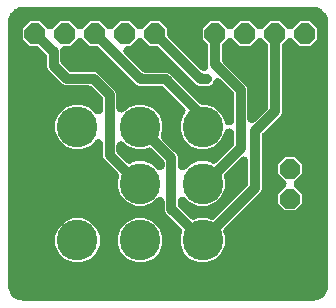
<source format=gbr>
G04 EAGLE Gerber RS-274X export*
G75*
%MOMM*%
%FSLAX34Y34*%
%LPD*%
%INBottom Copper*%
%IPPOS*%
%AMOC8*
5,1,8,0,0,1.08239X$1,22.5*%
G01*
%ADD10P,1.814519X8X292.500000*%
%ADD11P,1.924489X8X112.500000*%
%ADD12C,3.450000*%
%ADD13C,0.812800*%
%ADD14C,0.600000*%

G36*
X261137Y2520D02*
X261137Y2520D01*
X261258Y2520D01*
X262951Y2687D01*
X263152Y2721D01*
X263353Y2747D01*
X263415Y2766D01*
X263513Y2782D01*
X264055Y2956D01*
X264085Y2970D01*
X264108Y2977D01*
X267235Y4272D01*
X267340Y4325D01*
X267450Y4369D01*
X267595Y4452D01*
X267745Y4527D01*
X267842Y4594D01*
X267944Y4652D01*
X268033Y4725D01*
X268214Y4850D01*
X268463Y5079D01*
X268553Y5153D01*
X270947Y7547D01*
X271024Y7636D01*
X271109Y7718D01*
X271211Y7851D01*
X271321Y7977D01*
X271385Y8076D01*
X271457Y8169D01*
X271511Y8270D01*
X271630Y8455D01*
X271773Y8762D01*
X271828Y8865D01*
X273123Y11992D01*
X273188Y12186D01*
X273260Y12376D01*
X273272Y12439D01*
X273304Y12533D01*
X273407Y13093D01*
X273408Y13126D01*
X273413Y13149D01*
X273580Y14842D01*
X273587Y15119D01*
X273599Y15240D01*
X273599Y238660D01*
X273580Y238937D01*
X273580Y239058D01*
X273413Y240751D01*
X273379Y240952D01*
X273353Y241153D01*
X273334Y241215D01*
X273318Y241313D01*
X273144Y241855D01*
X273130Y241885D01*
X273123Y241908D01*
X271828Y245035D01*
X271775Y245140D01*
X271731Y245250D01*
X271648Y245395D01*
X271573Y245545D01*
X271506Y245642D01*
X271448Y245744D01*
X271375Y245833D01*
X271250Y246014D01*
X271021Y246263D01*
X270947Y246353D01*
X268553Y248747D01*
X268464Y248824D01*
X268382Y248909D01*
X268249Y249011D01*
X268123Y249121D01*
X268024Y249185D01*
X267931Y249257D01*
X267830Y249311D01*
X267645Y249430D01*
X267338Y249573D01*
X267235Y249628D01*
X264108Y250923D01*
X263914Y250988D01*
X263724Y251060D01*
X263661Y251072D01*
X263567Y251104D01*
X263007Y251207D01*
X262974Y251208D01*
X262951Y251213D01*
X261258Y251380D01*
X260981Y251387D01*
X260860Y251399D01*
X15240Y251399D01*
X14963Y251380D01*
X14842Y251380D01*
X13149Y251213D01*
X12948Y251179D01*
X12747Y251153D01*
X12685Y251134D01*
X12587Y251118D01*
X12045Y250944D01*
X12015Y250930D01*
X11992Y250923D01*
X8865Y249628D01*
X8760Y249575D01*
X8650Y249531D01*
X8505Y249448D01*
X8355Y249373D01*
X8258Y249306D01*
X8156Y249248D01*
X8067Y249175D01*
X7886Y249050D01*
X7637Y248821D01*
X7547Y248747D01*
X5153Y246353D01*
X5076Y246264D01*
X4991Y246182D01*
X4889Y246049D01*
X4779Y245923D01*
X4715Y245824D01*
X4643Y245731D01*
X4589Y245630D01*
X4470Y245445D01*
X4327Y245138D01*
X4272Y245035D01*
X2977Y241908D01*
X2912Y241714D01*
X2840Y241524D01*
X2828Y241461D01*
X2796Y241367D01*
X2693Y240807D01*
X2692Y240774D01*
X2687Y240751D01*
X2520Y239058D01*
X2513Y238781D01*
X2501Y238660D01*
X2501Y15240D01*
X2520Y14963D01*
X2520Y14842D01*
X2687Y13149D01*
X2721Y12948D01*
X2747Y12747D01*
X2766Y12685D01*
X2782Y12587D01*
X2956Y12045D01*
X2970Y12015D01*
X2977Y11992D01*
X4272Y8865D01*
X4325Y8760D01*
X4369Y8650D01*
X4452Y8505D01*
X4527Y8355D01*
X4594Y8258D01*
X4652Y8156D01*
X4725Y8067D01*
X4850Y7886D01*
X5079Y7637D01*
X5153Y7547D01*
X7547Y5153D01*
X7636Y5076D01*
X7718Y4991D01*
X7850Y4889D01*
X7977Y4779D01*
X8076Y4715D01*
X8169Y4643D01*
X8270Y4589D01*
X8455Y4470D01*
X8762Y4327D01*
X8865Y4272D01*
X11992Y2977D01*
X12186Y2912D01*
X12376Y2840D01*
X12439Y2828D01*
X12533Y2796D01*
X13093Y2693D01*
X13126Y2692D01*
X13149Y2687D01*
X14842Y2520D01*
X15119Y2513D01*
X15240Y2501D01*
X260860Y2501D01*
X261137Y2520D01*
G37*
%LPC*%
G36*
X163570Y34849D02*
X163570Y34849D01*
X156679Y37704D01*
X151404Y42979D01*
X148549Y49870D01*
X148549Y57330D01*
X149605Y59878D01*
X149606Y59881D01*
X149607Y59883D01*
X149694Y60144D01*
X149785Y60419D01*
X149786Y60421D01*
X149787Y60424D01*
X149837Y60700D01*
X149889Y60979D01*
X149889Y60981D01*
X149889Y60984D01*
X149901Y61273D01*
X149913Y61548D01*
X149912Y61551D01*
X149912Y61554D01*
X149885Y61829D01*
X149857Y62115D01*
X149856Y62118D01*
X149856Y62121D01*
X149789Y62392D01*
X149722Y62669D01*
X149721Y62671D01*
X149720Y62674D01*
X149612Y62943D01*
X149511Y63198D01*
X149509Y63200D01*
X149508Y63203D01*
X149367Y63449D01*
X149228Y63693D01*
X149226Y63695D01*
X149225Y63697D01*
X149216Y63708D01*
X148879Y64143D01*
X148778Y64240D01*
X148724Y64306D01*
X138135Y74895D01*
X135998Y77032D01*
X135151Y79077D01*
X135151Y86124D01*
X135143Y86239D01*
X135145Y86354D01*
X135123Y86523D01*
X135111Y86693D01*
X135087Y86805D01*
X135073Y86920D01*
X135028Y87084D01*
X134992Y87250D01*
X134953Y87358D01*
X134922Y87469D01*
X134855Y87625D01*
X134796Y87785D01*
X134742Y87887D01*
X134696Y87992D01*
X134608Y88137D01*
X134528Y88287D01*
X134460Y88380D01*
X134400Y88479D01*
X134292Y88610D01*
X134191Y88747D01*
X134111Y88830D01*
X134038Y88919D01*
X133912Y89034D01*
X133794Y89155D01*
X133703Y89226D01*
X133618Y89304D01*
X133478Y89400D01*
X133343Y89504D01*
X133243Y89561D01*
X133148Y89626D01*
X132996Y89702D01*
X132848Y89786D01*
X132741Y89829D01*
X132638Y89880D01*
X132477Y89934D01*
X132319Y89997D01*
X132206Y90024D01*
X132097Y90060D01*
X131930Y90091D01*
X131765Y90131D01*
X131650Y90142D01*
X131537Y90163D01*
X131367Y90169D01*
X131198Y90186D01*
X131083Y90181D01*
X130967Y90186D01*
X130798Y90169D01*
X130628Y90161D01*
X130515Y90140D01*
X130400Y90129D01*
X130235Y90088D01*
X130068Y90057D01*
X129959Y90021D01*
X129847Y89993D01*
X129689Y89930D01*
X129528Y89876D01*
X129425Y89824D01*
X129318Y89782D01*
X129171Y89697D01*
X129019Y89621D01*
X128924Y89555D01*
X128824Y89498D01*
X128735Y89425D01*
X128550Y89297D01*
X128306Y89072D01*
X128215Y88997D01*
X124921Y85704D01*
X118030Y82849D01*
X110570Y82849D01*
X103679Y85704D01*
X98404Y90979D01*
X95549Y97870D01*
X95549Y105330D01*
X96084Y106621D01*
X96085Y106623D01*
X96086Y106626D01*
X96142Y106795D01*
X96190Y106915D01*
X96210Y106998D01*
X96265Y107161D01*
X96265Y107164D01*
X96266Y107167D01*
X96313Y107422D01*
X96324Y107468D01*
X96327Y107500D01*
X96368Y107722D01*
X96368Y107724D01*
X96369Y107727D01*
X96380Y108017D01*
X96392Y108291D01*
X96391Y108294D01*
X96392Y108296D01*
X96364Y108572D01*
X96336Y108858D01*
X96335Y108861D01*
X96335Y108863D01*
X96269Y109132D01*
X96201Y109412D01*
X96200Y109414D01*
X96199Y109417D01*
X96090Y109689D01*
X95990Y109941D01*
X95989Y109943D01*
X95988Y109946D01*
X95842Y110199D01*
X95707Y110436D01*
X95705Y110438D01*
X95704Y110440D01*
X95696Y110450D01*
X95358Y110886D01*
X95258Y110983D01*
X95203Y111049D01*
X83928Y122324D01*
X83081Y124369D01*
X83081Y135054D01*
X83073Y135169D01*
X83075Y135284D01*
X83053Y135453D01*
X83041Y135623D01*
X83017Y135735D01*
X83003Y135850D01*
X82958Y136014D01*
X82922Y136180D01*
X82883Y136288D01*
X82852Y136399D01*
X82785Y136555D01*
X82726Y136715D01*
X82672Y136817D01*
X82626Y136922D01*
X82538Y137067D01*
X82458Y137217D01*
X82390Y137310D01*
X82330Y137409D01*
X82222Y137540D01*
X82121Y137677D01*
X82041Y137760D01*
X81968Y137849D01*
X81842Y137964D01*
X81724Y138085D01*
X81633Y138156D01*
X81548Y138234D01*
X81408Y138330D01*
X81273Y138434D01*
X81173Y138491D01*
X81078Y138556D01*
X80926Y138632D01*
X80778Y138716D01*
X80671Y138759D01*
X80568Y138810D01*
X80407Y138864D01*
X80249Y138927D01*
X80136Y138954D01*
X80027Y138990D01*
X79860Y139021D01*
X79695Y139061D01*
X79580Y139072D01*
X79467Y139093D01*
X79297Y139099D01*
X79128Y139116D01*
X79013Y139111D01*
X78897Y139116D01*
X78728Y139099D01*
X78558Y139091D01*
X78445Y139070D01*
X78331Y139059D01*
X78165Y139018D01*
X77998Y138987D01*
X77889Y138951D01*
X77777Y138923D01*
X77619Y138860D01*
X77458Y138806D01*
X77355Y138754D01*
X77248Y138712D01*
X77101Y138627D01*
X76949Y138551D01*
X76854Y138485D01*
X76754Y138428D01*
X76665Y138355D01*
X76480Y138227D01*
X76236Y138002D01*
X76145Y137927D01*
X71921Y133704D01*
X65030Y130849D01*
X57570Y130849D01*
X50679Y133704D01*
X45404Y138979D01*
X42549Y145870D01*
X42549Y153330D01*
X45404Y160221D01*
X50679Y165496D01*
X57570Y168351D01*
X65030Y168351D01*
X71921Y165496D01*
X76145Y161273D01*
X76232Y161197D01*
X76312Y161115D01*
X76447Y161010D01*
X76575Y160899D01*
X76672Y160836D01*
X76763Y160766D01*
X76910Y160682D01*
X77053Y160589D01*
X77158Y160541D01*
X77258Y160484D01*
X77416Y160421D01*
X77570Y160349D01*
X77680Y160316D01*
X77787Y160273D01*
X77953Y160233D01*
X78115Y160184D01*
X78229Y160166D01*
X78341Y160139D01*
X78511Y160123D01*
X78678Y160097D01*
X78793Y160095D01*
X78908Y160084D01*
X79078Y160091D01*
X79248Y160089D01*
X79362Y160104D01*
X79478Y160109D01*
X79645Y160140D01*
X79813Y160161D01*
X79925Y160192D01*
X80038Y160213D01*
X80199Y160267D01*
X80363Y160312D01*
X80469Y160357D01*
X80578Y160394D01*
X80730Y160470D01*
X80886Y160537D01*
X80984Y160597D01*
X81087Y160649D01*
X81227Y160746D01*
X81372Y160834D01*
X81461Y160907D01*
X81556Y160973D01*
X81681Y161088D01*
X81813Y161196D01*
X81890Y161281D01*
X81975Y161359D01*
X82083Y161491D01*
X82198Y161616D01*
X82263Y161711D01*
X82336Y161800D01*
X82424Y161946D01*
X82520Y162086D01*
X82572Y162189D01*
X82631Y162287D01*
X82698Y162443D01*
X82774Y162596D01*
X82810Y162705D01*
X82856Y162811D01*
X82900Y162975D01*
X82954Y163137D01*
X82975Y163250D01*
X83005Y163361D01*
X83016Y163476D01*
X83056Y163697D01*
X83070Y164029D01*
X83081Y164146D01*
X83081Y172542D01*
X83077Y172602D01*
X83079Y172663D01*
X83057Y172886D01*
X83041Y173110D01*
X83029Y173170D01*
X83023Y173229D01*
X82969Y173448D01*
X82922Y173668D01*
X82902Y173724D01*
X82887Y173783D01*
X82804Y173992D01*
X82726Y174203D01*
X82698Y174256D01*
X82676Y174312D01*
X82564Y174507D01*
X82458Y174705D01*
X82422Y174754D01*
X82392Y174806D01*
X82317Y174897D01*
X82121Y175165D01*
X81964Y175326D01*
X81891Y175415D01*
X73815Y183491D01*
X73770Y183531D01*
X73729Y183575D01*
X73555Y183717D01*
X73385Y183865D01*
X73334Y183898D01*
X73288Y183936D01*
X73095Y184053D01*
X72907Y184175D01*
X72852Y184200D01*
X72800Y184231D01*
X72594Y184320D01*
X72390Y184415D01*
X72332Y184432D01*
X72277Y184456D01*
X72060Y184514D01*
X71845Y184580D01*
X71785Y184589D01*
X71727Y184605D01*
X71610Y184616D01*
X71282Y184667D01*
X71057Y184670D01*
X70942Y184681D01*
X51298Y184681D01*
X49252Y185528D01*
X36502Y198278D01*
X36164Y199096D01*
X36164Y199097D01*
X36163Y199097D01*
X35655Y200324D01*
X35655Y208792D01*
X35651Y208852D01*
X35653Y208912D01*
X35631Y209136D01*
X35615Y209360D01*
X35603Y209420D01*
X35597Y209479D01*
X35543Y209698D01*
X35496Y209918D01*
X35476Y209974D01*
X35461Y210033D01*
X35378Y210242D01*
X35300Y210453D01*
X35272Y210506D01*
X35250Y210562D01*
X35138Y210757D01*
X35032Y210955D01*
X34996Y211004D01*
X34966Y211056D01*
X34891Y211147D01*
X34695Y211415D01*
X34538Y211576D01*
X34465Y211665D01*
X29111Y217019D01*
X29066Y217059D01*
X29025Y217103D01*
X28851Y217245D01*
X28681Y217393D01*
X28630Y217426D01*
X28584Y217464D01*
X28392Y217580D01*
X28203Y217703D01*
X28148Y217728D01*
X28096Y217759D01*
X27890Y217848D01*
X27686Y217943D01*
X27628Y217960D01*
X27573Y217984D01*
X27356Y218042D01*
X27141Y218108D01*
X27081Y218117D01*
X27023Y218133D01*
X26906Y218144D01*
X26578Y218195D01*
X26353Y218198D01*
X26238Y218209D01*
X21096Y218209D01*
X15009Y224296D01*
X15009Y232904D01*
X21096Y238991D01*
X29704Y238991D01*
X35227Y233468D01*
X35401Y233317D01*
X35570Y233161D01*
X35616Y233130D01*
X35657Y233094D01*
X35850Y232969D01*
X36040Y232839D01*
X36089Y232814D01*
X36135Y232784D01*
X36344Y232687D01*
X36550Y232585D01*
X36602Y232568D01*
X36652Y232544D01*
X36872Y232478D01*
X37091Y232405D01*
X37145Y232395D01*
X37197Y232379D01*
X37424Y232344D01*
X37651Y232303D01*
X37706Y232300D01*
X37760Y232292D01*
X37990Y232289D01*
X38221Y232280D01*
X38275Y232285D01*
X38330Y232284D01*
X38558Y232313D01*
X38787Y232336D01*
X38841Y232349D01*
X38895Y232356D01*
X39118Y232417D01*
X39341Y232472D01*
X39392Y232492D01*
X39445Y232507D01*
X39656Y232598D01*
X39870Y232683D01*
X39918Y232711D01*
X39968Y232733D01*
X40165Y232852D01*
X40364Y232967D01*
X40398Y232995D01*
X40454Y233029D01*
X40895Y233391D01*
X40939Y233440D01*
X40973Y233468D01*
X46496Y238991D01*
X55104Y238991D01*
X60627Y233468D01*
X60801Y233317D01*
X60970Y233161D01*
X61016Y233130D01*
X61057Y233094D01*
X61250Y232969D01*
X61440Y232839D01*
X61489Y232814D01*
X61535Y232784D01*
X61744Y232687D01*
X61950Y232585D01*
X62002Y232568D01*
X62052Y232544D01*
X62272Y232478D01*
X62491Y232405D01*
X62545Y232395D01*
X62597Y232379D01*
X62824Y232344D01*
X63051Y232303D01*
X63106Y232300D01*
X63160Y232292D01*
X63390Y232289D01*
X63621Y232280D01*
X63675Y232285D01*
X63730Y232284D01*
X63958Y232313D01*
X64187Y232336D01*
X64241Y232349D01*
X64295Y232356D01*
X64518Y232417D01*
X64741Y232472D01*
X64792Y232492D01*
X64845Y232507D01*
X65056Y232598D01*
X65270Y232683D01*
X65318Y232711D01*
X65368Y232733D01*
X65565Y232852D01*
X65764Y232967D01*
X65798Y232995D01*
X65854Y233029D01*
X66295Y233391D01*
X66339Y233440D01*
X66373Y233468D01*
X71896Y238991D01*
X80504Y238991D01*
X86027Y233468D01*
X86201Y233317D01*
X86370Y233161D01*
X86416Y233130D01*
X86457Y233094D01*
X86650Y232969D01*
X86840Y232839D01*
X86889Y232814D01*
X86935Y232784D01*
X87144Y232687D01*
X87350Y232585D01*
X87402Y232568D01*
X87452Y232544D01*
X87673Y232478D01*
X87891Y232405D01*
X87945Y232395D01*
X87997Y232379D01*
X88225Y232344D01*
X88451Y232303D01*
X88506Y232300D01*
X88560Y232292D01*
X88790Y232289D01*
X89021Y232280D01*
X89075Y232285D01*
X89130Y232284D01*
X89359Y232313D01*
X89588Y232336D01*
X89641Y232349D01*
X89695Y232356D01*
X89918Y232417D01*
X90141Y232472D01*
X90192Y232492D01*
X90245Y232507D01*
X90456Y232598D01*
X90670Y232683D01*
X90718Y232711D01*
X90768Y232733D01*
X90965Y232852D01*
X91164Y232967D01*
X91198Y232995D01*
X91254Y233029D01*
X91695Y233391D01*
X91739Y233440D01*
X91773Y233468D01*
X97296Y238991D01*
X105904Y238991D01*
X111427Y233468D01*
X111601Y233317D01*
X111770Y233161D01*
X111816Y233130D01*
X111857Y233094D01*
X112050Y232969D01*
X112240Y232839D01*
X112289Y232814D01*
X112335Y232784D01*
X112544Y232687D01*
X112750Y232585D01*
X112802Y232568D01*
X112852Y232544D01*
X113072Y232478D01*
X113291Y232405D01*
X113345Y232395D01*
X113397Y232379D01*
X113624Y232344D01*
X113851Y232303D01*
X113906Y232300D01*
X113960Y232292D01*
X114190Y232289D01*
X114421Y232280D01*
X114475Y232285D01*
X114530Y232284D01*
X114758Y232313D01*
X114987Y232336D01*
X115041Y232349D01*
X115095Y232356D01*
X115318Y232417D01*
X115541Y232472D01*
X115592Y232492D01*
X115645Y232507D01*
X115856Y232598D01*
X116070Y232683D01*
X116118Y232711D01*
X116168Y232733D01*
X116365Y232852D01*
X116564Y232967D01*
X116598Y232995D01*
X116654Y233029D01*
X117095Y233391D01*
X117139Y233440D01*
X117173Y233468D01*
X122696Y238991D01*
X131304Y238991D01*
X137391Y232904D01*
X137391Y227762D01*
X137395Y227702D01*
X137393Y227641D01*
X137415Y227418D01*
X137431Y227194D01*
X137443Y227134D01*
X137449Y227075D01*
X137503Y226856D01*
X137550Y226636D01*
X137570Y226580D01*
X137585Y226521D01*
X137668Y226312D01*
X137746Y226101D01*
X137774Y226048D01*
X137796Y225992D01*
X137908Y225797D01*
X138014Y225599D01*
X138050Y225550D01*
X138080Y225498D01*
X138155Y225407D01*
X138351Y225139D01*
X138508Y224978D01*
X138581Y224889D01*
X165299Y198171D01*
X165386Y198095D01*
X165466Y198013D01*
X165601Y197909D01*
X165729Y197797D01*
X165826Y197734D01*
X165917Y197664D01*
X166065Y197580D01*
X166207Y197487D01*
X166312Y197439D01*
X166412Y197382D01*
X166570Y197319D01*
X166724Y197247D01*
X166834Y197214D01*
X166941Y197172D01*
X167107Y197131D01*
X167269Y197082D01*
X167383Y197065D01*
X167495Y197037D01*
X167665Y197021D01*
X167832Y196995D01*
X167947Y196993D01*
X168062Y196982D01*
X168232Y196990D01*
X168402Y196987D01*
X168516Y197002D01*
X168632Y197007D01*
X168799Y197038D01*
X168967Y197059D01*
X169079Y197090D01*
X169192Y197111D01*
X169353Y197165D01*
X169517Y197210D01*
X169623Y197255D01*
X169732Y197292D01*
X169884Y197368D01*
X170040Y197436D01*
X170138Y197496D01*
X170241Y197547D01*
X170381Y197644D01*
X170526Y197732D01*
X170615Y197806D01*
X170710Y197871D01*
X170835Y197987D01*
X170967Y198094D01*
X171044Y198179D01*
X171129Y198257D01*
X171237Y198389D01*
X171352Y198514D01*
X171417Y198609D01*
X171490Y198698D01*
X171578Y198844D01*
X171674Y198984D01*
X171726Y199087D01*
X171785Y199186D01*
X171852Y199342D01*
X171928Y199494D01*
X171964Y199604D01*
X172010Y199709D01*
X172054Y199873D01*
X172108Y200035D01*
X172129Y200148D01*
X172159Y200259D01*
X172170Y200374D01*
X172210Y200595D01*
X172224Y200927D01*
X172235Y201044D01*
X172235Y217787D01*
X172231Y217847D01*
X172233Y217908D01*
X172211Y218131D01*
X172195Y218355D01*
X172183Y218415D01*
X172177Y218474D01*
X172123Y218693D01*
X172076Y218913D01*
X172056Y218969D01*
X172041Y219028D01*
X171958Y219237D01*
X171880Y219448D01*
X171852Y219501D01*
X171830Y219557D01*
X171718Y219752D01*
X171612Y219950D01*
X171576Y219999D01*
X171546Y220051D01*
X171471Y220142D01*
X171275Y220410D01*
X171118Y220571D01*
X171045Y220660D01*
X167409Y224296D01*
X167409Y232904D01*
X173496Y238991D01*
X182104Y238991D01*
X187627Y233468D01*
X187801Y233317D01*
X187970Y233161D01*
X188016Y233130D01*
X188057Y233094D01*
X188250Y232969D01*
X188440Y232839D01*
X188489Y232814D01*
X188535Y232784D01*
X188744Y232687D01*
X188950Y232585D01*
X189002Y232568D01*
X189052Y232544D01*
X189272Y232478D01*
X189491Y232405D01*
X189545Y232395D01*
X189597Y232379D01*
X189824Y232344D01*
X190051Y232303D01*
X190106Y232300D01*
X190160Y232292D01*
X190390Y232289D01*
X190621Y232280D01*
X190675Y232285D01*
X190730Y232284D01*
X190958Y232313D01*
X191187Y232336D01*
X191241Y232349D01*
X191295Y232356D01*
X191518Y232417D01*
X191741Y232472D01*
X191792Y232492D01*
X191845Y232507D01*
X192056Y232598D01*
X192270Y232683D01*
X192318Y232711D01*
X192368Y232733D01*
X192565Y232852D01*
X192764Y232967D01*
X192798Y232995D01*
X192854Y233029D01*
X193295Y233391D01*
X193339Y233440D01*
X193373Y233468D01*
X198896Y238991D01*
X207504Y238991D01*
X213027Y233468D01*
X213201Y233317D01*
X213370Y233161D01*
X213416Y233130D01*
X213457Y233094D01*
X213650Y232969D01*
X213840Y232839D01*
X213889Y232814D01*
X213935Y232784D01*
X214144Y232687D01*
X214350Y232585D01*
X214402Y232568D01*
X214452Y232544D01*
X214672Y232478D01*
X214891Y232405D01*
X214945Y232395D01*
X214997Y232379D01*
X215224Y232344D01*
X215451Y232303D01*
X215506Y232300D01*
X215560Y232292D01*
X215790Y232289D01*
X216021Y232280D01*
X216075Y232285D01*
X216130Y232284D01*
X216358Y232313D01*
X216587Y232336D01*
X216641Y232349D01*
X216695Y232356D01*
X216918Y232417D01*
X217141Y232472D01*
X217192Y232492D01*
X217245Y232507D01*
X217456Y232598D01*
X217670Y232683D01*
X217718Y232711D01*
X217768Y232733D01*
X217965Y232852D01*
X218164Y232967D01*
X218198Y232995D01*
X218254Y233029D01*
X218695Y233391D01*
X218739Y233440D01*
X218773Y233468D01*
X224296Y238991D01*
X232904Y238991D01*
X238427Y233468D01*
X238601Y233317D01*
X238770Y233161D01*
X238816Y233130D01*
X238857Y233094D01*
X239050Y232969D01*
X239240Y232839D01*
X239289Y232814D01*
X239335Y232784D01*
X239544Y232687D01*
X239750Y232585D01*
X239802Y232568D01*
X239852Y232544D01*
X240072Y232478D01*
X240291Y232405D01*
X240345Y232395D01*
X240397Y232379D01*
X240624Y232344D01*
X240851Y232303D01*
X240906Y232300D01*
X240960Y232292D01*
X241190Y232289D01*
X241421Y232280D01*
X241475Y232285D01*
X241530Y232284D01*
X241758Y232313D01*
X241987Y232336D01*
X242041Y232349D01*
X242095Y232356D01*
X242318Y232417D01*
X242541Y232472D01*
X242592Y232492D01*
X242645Y232507D01*
X242856Y232598D01*
X243070Y232683D01*
X243118Y232711D01*
X243168Y232733D01*
X243365Y232852D01*
X243564Y232967D01*
X243598Y232995D01*
X243654Y233029D01*
X244095Y233391D01*
X244139Y233440D01*
X244173Y233468D01*
X249696Y238991D01*
X258304Y238991D01*
X264391Y232904D01*
X264391Y224296D01*
X258304Y218209D01*
X249696Y218209D01*
X244173Y223732D01*
X243999Y223883D01*
X243830Y224039D01*
X243784Y224070D01*
X243743Y224106D01*
X243550Y224231D01*
X243360Y224361D01*
X243311Y224386D01*
X243265Y224416D01*
X243056Y224513D01*
X242850Y224615D01*
X242798Y224632D01*
X242748Y224656D01*
X242528Y224722D01*
X242309Y224795D01*
X242255Y224805D01*
X242203Y224821D01*
X241976Y224856D01*
X241749Y224897D01*
X241694Y224900D01*
X241640Y224908D01*
X241410Y224911D01*
X241179Y224920D01*
X241125Y224915D01*
X241070Y224916D01*
X240841Y224887D01*
X240612Y224864D01*
X240559Y224851D01*
X240505Y224844D01*
X240282Y224783D01*
X240059Y224728D01*
X240008Y224708D01*
X239955Y224693D01*
X239744Y224602D01*
X239530Y224517D01*
X239482Y224489D01*
X239432Y224467D01*
X239235Y224348D01*
X239036Y224233D01*
X239002Y224205D01*
X238946Y224171D01*
X238505Y223809D01*
X238461Y223760D01*
X238427Y223732D01*
X235355Y220660D01*
X235315Y220615D01*
X235271Y220574D01*
X235129Y220400D01*
X234981Y220230D01*
X234948Y220179D01*
X234910Y220133D01*
X234793Y219940D01*
X234671Y219752D01*
X234646Y219697D01*
X234615Y219645D01*
X234526Y219439D01*
X234431Y219235D01*
X234414Y219177D01*
X234390Y219122D01*
X234332Y218905D01*
X234266Y218690D01*
X234257Y218630D01*
X234241Y218572D01*
X234230Y218455D01*
X234179Y218127D01*
X234176Y217902D01*
X234165Y217787D01*
X234165Y161793D01*
X233318Y159748D01*
X218337Y144767D01*
X218297Y144722D01*
X218253Y144681D01*
X218111Y144507D01*
X217963Y144337D01*
X217930Y144286D01*
X217892Y144240D01*
X217775Y144047D01*
X217653Y143859D01*
X217628Y143804D01*
X217597Y143752D01*
X217508Y143546D01*
X217413Y143342D01*
X217396Y143284D01*
X217372Y143229D01*
X217314Y143012D01*
X217248Y142797D01*
X217239Y142737D01*
X217223Y142679D01*
X217212Y142562D01*
X217161Y142234D01*
X217158Y142009D01*
X217147Y141894D01*
X217147Y96775D01*
X216300Y94730D01*
X214163Y92593D01*
X185876Y64306D01*
X185874Y64304D01*
X185872Y64302D01*
X185693Y64096D01*
X185502Y63876D01*
X185501Y63874D01*
X185499Y63872D01*
X185343Y63631D01*
X185192Y63398D01*
X185191Y63395D01*
X185190Y63393D01*
X185071Y63136D01*
X184953Y62881D01*
X184952Y62878D01*
X184951Y62876D01*
X184870Y62609D01*
X184787Y62336D01*
X184787Y62333D01*
X184786Y62330D01*
X184742Y62045D01*
X184700Y61773D01*
X184700Y61770D01*
X184700Y61767D01*
X184696Y61479D01*
X184692Y61203D01*
X184693Y61200D01*
X184693Y61197D01*
X184728Y60925D01*
X184764Y60638D01*
X184765Y60635D01*
X184766Y60632D01*
X184769Y60620D01*
X184915Y60088D01*
X184970Y59960D01*
X184995Y59878D01*
X186051Y57330D01*
X186051Y49870D01*
X183196Y42979D01*
X177921Y37704D01*
X171030Y34849D01*
X163570Y34849D01*
G37*
%LPD*%
G36*
X150349Y112851D02*
X150349Y112851D01*
X150465Y112846D01*
X150634Y112863D01*
X150804Y112871D01*
X150917Y112892D01*
X151032Y112903D01*
X151197Y112944D01*
X151364Y112975D01*
X151473Y113011D01*
X151585Y113039D01*
X151743Y113102D01*
X151904Y113156D01*
X152007Y113208D01*
X152114Y113250D01*
X152261Y113335D01*
X152413Y113411D01*
X152508Y113477D01*
X152608Y113534D01*
X152697Y113607D01*
X152882Y113735D01*
X153126Y113960D01*
X153217Y114035D01*
X156679Y117496D01*
X163570Y120351D01*
X171030Y120351D01*
X175076Y118675D01*
X175078Y118674D01*
X175081Y118673D01*
X175341Y118586D01*
X175616Y118494D01*
X175619Y118494D01*
X175621Y118493D01*
X175900Y118442D01*
X176177Y118391D01*
X176179Y118391D01*
X176182Y118390D01*
X176471Y118379D01*
X176746Y118367D01*
X176749Y118367D01*
X176751Y118367D01*
X177027Y118395D01*
X177313Y118423D01*
X177316Y118424D01*
X177318Y118424D01*
X177587Y118490D01*
X177866Y118558D01*
X177869Y118559D01*
X177872Y118560D01*
X178133Y118664D01*
X178396Y118769D01*
X178398Y118770D01*
X178401Y118771D01*
X178646Y118912D01*
X178890Y119052D01*
X178893Y119053D01*
X178895Y119055D01*
X178905Y119063D01*
X179341Y119401D01*
X179438Y119501D01*
X179504Y119556D01*
X192635Y132687D01*
X192675Y132732D01*
X192719Y132773D01*
X192861Y132947D01*
X193009Y133117D01*
X193042Y133168D01*
X193080Y133214D01*
X193197Y133407D01*
X193319Y133595D01*
X193344Y133650D01*
X193375Y133702D01*
X193464Y133908D01*
X193559Y134112D01*
X193576Y134170D01*
X193600Y134225D01*
X193659Y134442D01*
X193724Y134657D01*
X193733Y134717D01*
X193749Y134775D01*
X193760Y134892D01*
X193811Y135220D01*
X193814Y135445D01*
X193825Y135560D01*
X193825Y144212D01*
X193821Y144270D01*
X193824Y144327D01*
X193801Y144553D01*
X193785Y144781D01*
X193773Y144837D01*
X193768Y144895D01*
X193714Y145115D01*
X193666Y145338D01*
X193646Y145392D01*
X193633Y145448D01*
X193549Y145660D01*
X193470Y145873D01*
X193443Y145924D01*
X193422Y145977D01*
X193309Y146175D01*
X193202Y146375D01*
X193168Y146422D01*
X193139Y146472D01*
X193000Y146652D01*
X192865Y146835D01*
X192825Y146877D01*
X192790Y146922D01*
X192627Y147081D01*
X192468Y147244D01*
X192422Y147279D01*
X192381Y147319D01*
X192197Y147453D01*
X192017Y147592D01*
X191967Y147621D01*
X191920Y147655D01*
X191720Y147762D01*
X191522Y147875D01*
X191469Y147896D01*
X191418Y147923D01*
X191204Y148001D01*
X190993Y148085D01*
X190937Y148098D01*
X190882Y148118D01*
X190660Y148165D01*
X190439Y148219D01*
X190381Y148224D01*
X190325Y148236D01*
X190098Y148252D01*
X189872Y148274D01*
X189814Y148272D01*
X189757Y148276D01*
X189530Y148259D01*
X189302Y148250D01*
X189246Y148239D01*
X189188Y148235D01*
X188966Y148187D01*
X188742Y148146D01*
X188688Y148127D01*
X188631Y148115D01*
X188418Y148037D01*
X188202Y147964D01*
X188150Y147938D01*
X188096Y147919D01*
X187897Y147811D01*
X187693Y147709D01*
X187645Y147676D01*
X187594Y147649D01*
X187411Y147515D01*
X187224Y147385D01*
X187181Y147346D01*
X187135Y147312D01*
X186972Y147153D01*
X186805Y146999D01*
X186768Y146954D01*
X186727Y146914D01*
X186588Y146734D01*
X186444Y146558D01*
X186414Y146509D01*
X186379Y146463D01*
X186324Y146360D01*
X186149Y146071D01*
X186062Y145868D01*
X186008Y145767D01*
X183196Y138979D01*
X177921Y133704D01*
X171030Y130849D01*
X163570Y130849D01*
X156679Y133704D01*
X151404Y138979D01*
X148549Y145870D01*
X148549Y153330D01*
X151404Y160221D01*
X151597Y160415D01*
X151748Y160589D01*
X151904Y160758D01*
X151935Y160803D01*
X151971Y160845D01*
X152096Y161038D01*
X152226Y161228D01*
X152251Y161277D01*
X152281Y161323D01*
X152378Y161532D01*
X152480Y161738D01*
X152497Y161790D01*
X152521Y161840D01*
X152587Y162060D01*
X152660Y162279D01*
X152670Y162333D01*
X152686Y162385D01*
X152721Y162612D01*
X152762Y162839D01*
X152765Y162894D01*
X152773Y162948D01*
X152776Y163178D01*
X152786Y163408D01*
X152780Y163463D01*
X152781Y163518D01*
X152752Y163746D01*
X152729Y163975D01*
X152716Y164029D01*
X152709Y164083D01*
X152648Y164305D01*
X152593Y164529D01*
X152573Y164580D01*
X152558Y164633D01*
X152467Y164844D01*
X152382Y165058D01*
X152354Y165106D01*
X152332Y165156D01*
X152213Y165352D01*
X152098Y165552D01*
X152070Y165586D01*
X152036Y165642D01*
X151674Y166082D01*
X151626Y166127D01*
X151597Y166161D01*
X134775Y182983D01*
X134730Y183023D01*
X134689Y183067D01*
X134515Y183209D01*
X134345Y183357D01*
X134294Y183390D01*
X134248Y183428D01*
X134055Y183545D01*
X133867Y183667D01*
X133812Y183692D01*
X133760Y183723D01*
X133554Y183812D01*
X133350Y183907D01*
X133292Y183924D01*
X133237Y183948D01*
X133020Y184006D01*
X132805Y184072D01*
X132745Y184081D01*
X132687Y184097D01*
X132570Y184108D01*
X132242Y184159D01*
X132017Y184162D01*
X131902Y184173D01*
X113955Y184173D01*
X111910Y185020D01*
X79911Y217019D01*
X79866Y217059D01*
X79825Y217103D01*
X79651Y217245D01*
X79481Y217393D01*
X79430Y217426D01*
X79384Y217464D01*
X79191Y217581D01*
X79003Y217703D01*
X78948Y217728D01*
X78896Y217759D01*
X78690Y217848D01*
X78486Y217943D01*
X78428Y217960D01*
X78373Y217984D01*
X78156Y218042D01*
X77941Y218108D01*
X77881Y218117D01*
X77823Y218133D01*
X77706Y218144D01*
X77378Y218195D01*
X77153Y218198D01*
X77038Y218209D01*
X71896Y218209D01*
X66373Y223732D01*
X66199Y223883D01*
X66030Y224039D01*
X65984Y224070D01*
X65943Y224106D01*
X65750Y224231D01*
X65560Y224361D01*
X65511Y224386D01*
X65465Y224416D01*
X65256Y224513D01*
X65050Y224615D01*
X64998Y224632D01*
X64948Y224656D01*
X64727Y224722D01*
X64509Y224795D01*
X64455Y224805D01*
X64403Y224821D01*
X64175Y224856D01*
X63949Y224897D01*
X63894Y224900D01*
X63840Y224908D01*
X63610Y224911D01*
X63379Y224920D01*
X63325Y224915D01*
X63270Y224916D01*
X63041Y224887D01*
X62812Y224864D01*
X62759Y224851D01*
X62705Y224844D01*
X62482Y224783D01*
X62259Y224728D01*
X62208Y224708D01*
X62155Y224693D01*
X61944Y224602D01*
X61730Y224517D01*
X61682Y224489D01*
X61632Y224467D01*
X61435Y224348D01*
X61236Y224233D01*
X61202Y224205D01*
X61146Y224171D01*
X60705Y223809D01*
X60661Y223760D01*
X60627Y223732D01*
X55104Y218209D01*
X50848Y218209D01*
X50619Y218193D01*
X50388Y218183D01*
X50334Y218173D01*
X50280Y218169D01*
X50054Y218121D01*
X49828Y218079D01*
X49776Y218062D01*
X49722Y218050D01*
X49506Y217971D01*
X49288Y217898D01*
X49239Y217873D01*
X49187Y217854D01*
X48984Y217746D01*
X48779Y217643D01*
X48733Y217612D01*
X48685Y217586D01*
X48499Y217450D01*
X48310Y217319D01*
X48269Y217282D01*
X48225Y217249D01*
X48060Y217089D01*
X47891Y216933D01*
X47856Y216890D01*
X47817Y216852D01*
X47676Y216670D01*
X47530Y216492D01*
X47502Y216444D01*
X47468Y216401D01*
X47354Y216201D01*
X47235Y216004D01*
X47213Y215954D01*
X47186Y215906D01*
X47101Y215692D01*
X47010Y215481D01*
X46996Y215428D01*
X46976Y215377D01*
X46921Y215152D01*
X46861Y214931D01*
X46857Y214887D01*
X46841Y214823D01*
X46786Y214256D01*
X46789Y214190D01*
X46785Y214146D01*
X46785Y205419D01*
X46789Y205359D01*
X46787Y205298D01*
X46809Y205075D01*
X46825Y204850D01*
X46837Y204791D01*
X46843Y204731D01*
X46897Y204513D01*
X46944Y204293D01*
X46964Y204237D01*
X46979Y204178D01*
X47062Y203969D01*
X47140Y203758D01*
X47168Y203705D01*
X47190Y203649D01*
X47302Y203454D01*
X47408Y203256D01*
X47444Y203207D01*
X47474Y203154D01*
X47549Y203063D01*
X47745Y202796D01*
X47902Y202635D01*
X47975Y202546D01*
X53520Y197001D01*
X53565Y196961D01*
X53606Y196917D01*
X53780Y196775D01*
X53950Y196627D01*
X54000Y196594D01*
X54047Y196556D01*
X54239Y196439D01*
X54428Y196317D01*
X54483Y196292D01*
X54534Y196261D01*
X54741Y196172D01*
X54945Y196077D01*
X55003Y196060D01*
X55058Y196036D01*
X55275Y195978D01*
X55490Y195912D01*
X55550Y195903D01*
X55608Y195887D01*
X55725Y195876D01*
X56053Y195825D01*
X56278Y195822D01*
X56393Y195811D01*
X76037Y195811D01*
X78082Y194964D01*
X93364Y179682D01*
X94211Y177637D01*
X94211Y165838D01*
X94219Y165723D01*
X94217Y165608D01*
X94239Y165439D01*
X94251Y165269D01*
X94275Y165157D01*
X94289Y165042D01*
X94334Y164878D01*
X94370Y164712D01*
X94409Y164604D01*
X94440Y164493D01*
X94507Y164337D01*
X94566Y164177D01*
X94620Y164075D01*
X94666Y163970D01*
X94754Y163825D01*
X94834Y163675D01*
X94902Y163582D01*
X94962Y163483D01*
X95070Y163352D01*
X95171Y163215D01*
X95251Y163132D01*
X95324Y163043D01*
X95450Y162928D01*
X95568Y162807D01*
X95659Y162736D01*
X95744Y162658D01*
X95885Y162562D01*
X96019Y162458D01*
X96119Y162401D01*
X96214Y162335D01*
X96366Y162260D01*
X96514Y162176D01*
X96621Y162133D01*
X96724Y162082D01*
X96885Y162028D01*
X97043Y161965D01*
X97156Y161938D01*
X97265Y161902D01*
X97432Y161871D01*
X97597Y161831D01*
X97712Y161820D01*
X97825Y161799D01*
X97995Y161793D01*
X98164Y161776D01*
X98279Y161781D01*
X98395Y161776D01*
X98564Y161793D01*
X98734Y161801D01*
X98847Y161822D01*
X98962Y161833D01*
X99127Y161874D01*
X99294Y161905D01*
X99403Y161941D01*
X99515Y161969D01*
X99673Y162032D01*
X99834Y162086D01*
X99937Y162138D01*
X100044Y162180D01*
X100191Y162265D01*
X100343Y162341D01*
X100438Y162406D01*
X100538Y162464D01*
X100627Y162537D01*
X100812Y162665D01*
X101056Y162890D01*
X101147Y162965D01*
X103679Y165496D01*
X110570Y168351D01*
X118030Y168351D01*
X124921Y165496D01*
X130196Y160221D01*
X133051Y153330D01*
X133051Y145870D01*
X131995Y143322D01*
X131994Y143319D01*
X131993Y143317D01*
X131906Y143056D01*
X131815Y142781D01*
X131814Y142779D01*
X131813Y142776D01*
X131763Y142500D01*
X131711Y142221D01*
X131711Y142219D01*
X131711Y142216D01*
X131699Y141927D01*
X131687Y141652D01*
X131688Y141649D01*
X131688Y141646D01*
X131715Y141371D01*
X131743Y141085D01*
X131744Y141082D01*
X131744Y141079D01*
X131811Y140808D01*
X131878Y140531D01*
X131879Y140529D01*
X131880Y140526D01*
X131988Y140257D01*
X132089Y140002D01*
X132091Y140000D01*
X132092Y139997D01*
X132235Y139747D01*
X132372Y139507D01*
X132374Y139505D01*
X132375Y139503D01*
X132384Y139492D01*
X132721Y139057D01*
X132822Y138960D01*
X132876Y138894D01*
X143297Y128473D01*
X145434Y126336D01*
X146281Y124291D01*
X146281Y116908D01*
X146289Y116793D01*
X146287Y116678D01*
X146309Y116509D01*
X146321Y116339D01*
X146345Y116227D01*
X146359Y116112D01*
X146404Y115948D01*
X146440Y115782D01*
X146479Y115674D01*
X146510Y115563D01*
X146577Y115407D01*
X146636Y115247D01*
X146690Y115145D01*
X146736Y115040D01*
X146824Y114895D01*
X146904Y114745D01*
X146972Y114652D01*
X147032Y114553D01*
X147140Y114422D01*
X147241Y114285D01*
X147321Y114202D01*
X147394Y114113D01*
X147520Y113998D01*
X147638Y113877D01*
X147729Y113806D01*
X147814Y113728D01*
X147954Y113632D01*
X148089Y113528D01*
X148189Y113471D01*
X148284Y113406D01*
X148436Y113330D01*
X148584Y113246D01*
X148691Y113203D01*
X148794Y113152D01*
X148955Y113098D01*
X149113Y113035D01*
X149226Y113008D01*
X149335Y112972D01*
X149502Y112941D01*
X149667Y112901D01*
X149782Y112890D01*
X149895Y112869D01*
X150065Y112863D01*
X150234Y112846D01*
X150349Y112851D01*
G37*
G36*
X189880Y150936D02*
X189880Y150936D01*
X190107Y150939D01*
X190164Y150948D01*
X190222Y150950D01*
X190445Y150992D01*
X190670Y151027D01*
X190725Y151044D01*
X190782Y151054D01*
X190998Y151127D01*
X191215Y151193D01*
X191267Y151217D01*
X191322Y151236D01*
X191526Y151338D01*
X191732Y151434D01*
X191780Y151465D01*
X191831Y151491D01*
X192019Y151620D01*
X192209Y151744D01*
X192253Y151782D01*
X192300Y151815D01*
X192468Y151969D01*
X192639Y152118D01*
X192677Y152162D01*
X192719Y152201D01*
X192864Y152378D01*
X193012Y152549D01*
X193043Y152597D01*
X193080Y152642D01*
X193198Y152836D01*
X193321Y153028D01*
X193346Y153080D01*
X193375Y153129D01*
X193465Y153338D01*
X193560Y153545D01*
X193577Y153600D01*
X193600Y153653D01*
X193659Y153872D01*
X193725Y154090D01*
X193734Y154147D01*
X193749Y154203D01*
X193760Y154319D01*
X193811Y154653D01*
X193814Y154874D01*
X193825Y154988D01*
X193825Y177114D01*
X193821Y177174D01*
X193823Y177234D01*
X193801Y177458D01*
X193785Y177682D01*
X193773Y177742D01*
X193767Y177801D01*
X193713Y178020D01*
X193666Y178240D01*
X193646Y178296D01*
X193631Y178355D01*
X193548Y178564D01*
X193470Y178775D01*
X193442Y178828D01*
X193420Y178884D01*
X193308Y179079D01*
X193202Y179277D01*
X193166Y179326D01*
X193136Y179378D01*
X193061Y179469D01*
X192865Y179737D01*
X192708Y179898D01*
X192635Y179987D01*
X182999Y189623D01*
X182868Y189737D01*
X182745Y189857D01*
X182654Y189923D01*
X182569Y189997D01*
X182424Y190091D01*
X182284Y190193D01*
X182185Y190246D01*
X182091Y190307D01*
X181934Y190380D01*
X181781Y190461D01*
X181676Y190499D01*
X181574Y190547D01*
X181408Y190597D01*
X181246Y190656D01*
X181136Y190679D01*
X181028Y190712D01*
X180858Y190738D01*
X180689Y190774D01*
X180576Y190782D01*
X180465Y190799D01*
X180293Y190802D01*
X180120Y190814D01*
X180008Y190805D01*
X179896Y190807D01*
X179724Y190785D01*
X179552Y190773D01*
X179442Y190749D01*
X179330Y190735D01*
X179164Y190689D01*
X178995Y190653D01*
X178889Y190614D01*
X178781Y190585D01*
X178622Y190516D01*
X178460Y190456D01*
X178361Y190403D01*
X178258Y190359D01*
X178110Y190269D01*
X177958Y190187D01*
X177867Y190121D01*
X177771Y190062D01*
X177638Y189952D01*
X177499Y189850D01*
X177418Y189771D01*
X177331Y189700D01*
X177214Y189573D01*
X177091Y189452D01*
X177022Y189363D01*
X176946Y189280D01*
X176848Y189138D01*
X176743Y189001D01*
X176702Y188925D01*
X176623Y188810D01*
X176378Y188317D01*
X176372Y188305D01*
X175660Y186586D01*
X174094Y185020D01*
X172049Y184173D01*
X164755Y184173D01*
X162710Y185020D01*
X130711Y217019D01*
X130666Y217059D01*
X130625Y217103D01*
X130451Y217245D01*
X130281Y217393D01*
X130230Y217426D01*
X130184Y217464D01*
X129991Y217581D01*
X129803Y217703D01*
X129748Y217728D01*
X129696Y217759D01*
X129490Y217848D01*
X129286Y217943D01*
X129228Y217960D01*
X129173Y217984D01*
X128956Y218042D01*
X128741Y218108D01*
X128681Y218117D01*
X128623Y218133D01*
X128506Y218144D01*
X128178Y218195D01*
X127953Y218198D01*
X127838Y218209D01*
X122696Y218209D01*
X117173Y223732D01*
X116999Y223883D01*
X116830Y224039D01*
X116784Y224070D01*
X116743Y224106D01*
X116550Y224231D01*
X116360Y224361D01*
X116311Y224386D01*
X116265Y224416D01*
X116056Y224513D01*
X115850Y224615D01*
X115798Y224632D01*
X115748Y224656D01*
X115527Y224722D01*
X115309Y224795D01*
X115255Y224805D01*
X115203Y224821D01*
X114975Y224856D01*
X114749Y224897D01*
X114694Y224900D01*
X114640Y224908D01*
X114410Y224911D01*
X114179Y224920D01*
X114125Y224915D01*
X114070Y224916D01*
X113841Y224887D01*
X113612Y224864D01*
X113559Y224851D01*
X113505Y224844D01*
X113282Y224783D01*
X113059Y224728D01*
X113008Y224708D01*
X112955Y224693D01*
X112744Y224602D01*
X112530Y224517D01*
X112482Y224489D01*
X112432Y224467D01*
X112235Y224348D01*
X112036Y224233D01*
X112002Y224205D01*
X111946Y224171D01*
X111505Y223809D01*
X111461Y223760D01*
X111427Y223732D01*
X105904Y218209D01*
X104270Y218209D01*
X104155Y218201D01*
X104040Y218203D01*
X103871Y218181D01*
X103702Y218169D01*
X103589Y218145D01*
X103475Y218131D01*
X103310Y218086D01*
X103144Y218050D01*
X103036Y218011D01*
X102925Y217980D01*
X102769Y217913D01*
X102609Y217854D01*
X102508Y217800D01*
X102402Y217754D01*
X102257Y217666D01*
X102107Y217586D01*
X102014Y217518D01*
X101916Y217458D01*
X101784Y217350D01*
X101647Y217249D01*
X101564Y217169D01*
X101475Y217096D01*
X101361Y216971D01*
X101239Y216852D01*
X101168Y216761D01*
X101090Y216676D01*
X100994Y216536D01*
X100890Y216401D01*
X100833Y216301D01*
X100768Y216206D01*
X100692Y216054D01*
X100608Y215906D01*
X100565Y215799D01*
X100514Y215696D01*
X100460Y215535D01*
X100398Y215377D01*
X100370Y215264D01*
X100334Y215155D01*
X100304Y214988D01*
X100263Y214823D01*
X100252Y214708D01*
X100232Y214595D01*
X100225Y214425D01*
X100208Y214256D01*
X100213Y214141D01*
X100209Y214025D01*
X100225Y213856D01*
X100233Y213686D01*
X100254Y213573D01*
X100265Y213459D01*
X100306Y213293D01*
X100337Y213126D01*
X100373Y213017D01*
X100401Y212905D01*
X100464Y212747D01*
X100518Y212586D01*
X100570Y212483D01*
X100612Y212376D01*
X100697Y212229D01*
X100773Y212077D01*
X100839Y211982D01*
X100896Y211882D01*
X100969Y211793D01*
X101097Y211608D01*
X101322Y211364D01*
X101397Y211273D01*
X116177Y196493D01*
X116222Y196453D01*
X116263Y196409D01*
X116437Y196267D01*
X116607Y196119D01*
X116658Y196086D01*
X116704Y196048D01*
X116897Y195931D01*
X117085Y195809D01*
X117140Y195784D01*
X117192Y195753D01*
X117398Y195664D01*
X117602Y195569D01*
X117660Y195552D01*
X117715Y195528D01*
X117932Y195469D01*
X118147Y195404D01*
X118207Y195395D01*
X118265Y195379D01*
X118382Y195368D01*
X118710Y195317D01*
X118935Y195314D01*
X119050Y195303D01*
X136997Y195303D01*
X139042Y194456D01*
X163957Y169541D01*
X164002Y169501D01*
X164043Y169457D01*
X164217Y169315D01*
X164387Y169167D01*
X164438Y169134D01*
X164484Y169096D01*
X164677Y168979D01*
X164865Y168857D01*
X164920Y168832D01*
X164972Y168801D01*
X165178Y168712D01*
X165382Y168617D01*
X165440Y168600D01*
X165495Y168576D01*
X165712Y168518D01*
X165927Y168452D01*
X165987Y168443D01*
X166045Y168427D01*
X166162Y168416D01*
X166490Y168365D01*
X166715Y168362D01*
X166830Y168351D01*
X171030Y168351D01*
X177921Y165496D01*
X183196Y160221D01*
X186008Y153433D01*
X186034Y153381D01*
X186054Y153327D01*
X186161Y153126D01*
X186262Y152923D01*
X186295Y152875D01*
X186322Y152825D01*
X186457Y152641D01*
X186586Y152454D01*
X186625Y152411D01*
X186659Y152365D01*
X186817Y152202D01*
X186971Y152034D01*
X187016Y151998D01*
X187056Y151956D01*
X187236Y151817D01*
X187412Y151673D01*
X187461Y151643D01*
X187507Y151608D01*
X187704Y151495D01*
X187899Y151377D01*
X187952Y151354D01*
X188002Y151325D01*
X188214Y151241D01*
X188422Y151152D01*
X188478Y151137D01*
X188531Y151115D01*
X188753Y151062D01*
X188972Y151002D01*
X189029Y150995D01*
X189085Y150981D01*
X189312Y150959D01*
X189537Y150931D01*
X189595Y150931D01*
X189652Y150926D01*
X189880Y150936D01*
G37*
G36*
X209023Y152877D02*
X209023Y152877D01*
X209139Y152873D01*
X209308Y152889D01*
X209478Y152897D01*
X209591Y152918D01*
X209705Y152929D01*
X209871Y152970D01*
X210038Y153001D01*
X210147Y153037D01*
X210259Y153065D01*
X210417Y153128D01*
X210578Y153182D01*
X210681Y153234D01*
X210788Y153276D01*
X210935Y153361D01*
X211087Y153437D01*
X211182Y153503D01*
X211282Y153560D01*
X211371Y153633D01*
X211556Y153761D01*
X211800Y153986D01*
X211891Y154061D01*
X221845Y164015D01*
X221885Y164060D01*
X221929Y164101D01*
X222071Y164275D01*
X222219Y164445D01*
X222252Y164496D01*
X222290Y164542D01*
X222407Y164735D01*
X222529Y164923D01*
X222554Y164978D01*
X222585Y165030D01*
X222674Y165236D01*
X222769Y165440D01*
X222786Y165498D01*
X222810Y165553D01*
X222869Y165770D01*
X222934Y165985D01*
X222943Y166045D01*
X222959Y166103D01*
X222970Y166220D01*
X223021Y166548D01*
X223024Y166773D01*
X223035Y166888D01*
X223035Y217787D01*
X223031Y217847D01*
X223033Y217908D01*
X223011Y218131D01*
X222995Y218355D01*
X222983Y218415D01*
X222977Y218475D01*
X222923Y218693D01*
X222876Y218913D01*
X222856Y218969D01*
X222841Y219028D01*
X222758Y219237D01*
X222680Y219448D01*
X222652Y219501D01*
X222629Y219557D01*
X222518Y219752D01*
X222412Y219950D01*
X222376Y219999D01*
X222346Y220051D01*
X222271Y220142D01*
X222075Y220410D01*
X221918Y220571D01*
X221845Y220660D01*
X218773Y223732D01*
X218600Y223883D01*
X218430Y224039D01*
X218384Y224070D01*
X218343Y224106D01*
X218150Y224231D01*
X217960Y224361D01*
X217911Y224386D01*
X217865Y224416D01*
X217656Y224512D01*
X217450Y224615D01*
X217398Y224632D01*
X217348Y224656D01*
X217128Y224722D01*
X216909Y224795D01*
X216855Y224805D01*
X216803Y224821D01*
X216576Y224856D01*
X216349Y224897D01*
X216294Y224900D01*
X216240Y224908D01*
X216010Y224911D01*
X215779Y224920D01*
X215725Y224915D01*
X215670Y224916D01*
X215441Y224887D01*
X215212Y224864D01*
X215159Y224851D01*
X215105Y224844D01*
X214882Y224783D01*
X214659Y224728D01*
X214608Y224708D01*
X214555Y224693D01*
X214344Y224602D01*
X214130Y224517D01*
X214082Y224489D01*
X214032Y224467D01*
X213836Y224348D01*
X213636Y224233D01*
X213601Y224205D01*
X213546Y224171D01*
X213105Y223809D01*
X213061Y223760D01*
X213027Y223732D01*
X207504Y218209D01*
X198896Y218209D01*
X193373Y223732D01*
X193199Y223883D01*
X193030Y224039D01*
X192984Y224070D01*
X192943Y224106D01*
X192750Y224231D01*
X192560Y224361D01*
X192511Y224386D01*
X192465Y224416D01*
X192256Y224512D01*
X192050Y224615D01*
X191998Y224632D01*
X191948Y224656D01*
X191727Y224722D01*
X191509Y224795D01*
X191455Y224805D01*
X191403Y224821D01*
X191175Y224856D01*
X190949Y224897D01*
X190894Y224900D01*
X190840Y224908D01*
X190610Y224911D01*
X190379Y224920D01*
X190325Y224915D01*
X190270Y224916D01*
X190041Y224887D01*
X189812Y224864D01*
X189759Y224851D01*
X189705Y224844D01*
X189482Y224783D01*
X189259Y224728D01*
X189208Y224708D01*
X189155Y224693D01*
X188943Y224602D01*
X188730Y224516D01*
X188682Y224489D01*
X188632Y224467D01*
X188435Y224347D01*
X188236Y224233D01*
X188201Y224205D01*
X188146Y224171D01*
X187705Y223809D01*
X187661Y223760D01*
X187627Y223732D01*
X184555Y220660D01*
X184515Y220615D01*
X184471Y220574D01*
X184328Y220399D01*
X184181Y220230D01*
X184148Y220179D01*
X184110Y220133D01*
X183993Y219940D01*
X183871Y219752D01*
X183846Y219697D01*
X183815Y219645D01*
X183726Y219439D01*
X183631Y219235D01*
X183614Y219177D01*
X183590Y219122D01*
X183531Y218905D01*
X183466Y218690D01*
X183457Y218630D01*
X183441Y218572D01*
X183430Y218455D01*
X183379Y218127D01*
X183376Y217902D01*
X183365Y217787D01*
X183365Y206680D01*
X183369Y206620D01*
X183367Y206559D01*
X183389Y206336D01*
X183405Y206112D01*
X183417Y206052D01*
X183423Y205993D01*
X183477Y205774D01*
X183524Y205554D01*
X183544Y205498D01*
X183559Y205439D01*
X183642Y205230D01*
X183720Y205019D01*
X183748Y204966D01*
X183770Y204910D01*
X183882Y204715D01*
X183988Y204517D01*
X184024Y204468D01*
X184054Y204416D01*
X184129Y204325D01*
X184325Y204057D01*
X184482Y203896D01*
X184555Y203807D01*
X204108Y184254D01*
X204955Y182209D01*
X204955Y156934D01*
X204963Y156819D01*
X204961Y156704D01*
X204983Y156535D01*
X204995Y156366D01*
X205019Y156253D01*
X205033Y156139D01*
X205078Y155974D01*
X205114Y155808D01*
X205153Y155700D01*
X205184Y155589D01*
X205251Y155433D01*
X205310Y155273D01*
X205364Y155172D01*
X205410Y155066D01*
X205498Y154921D01*
X205578Y154771D01*
X205646Y154678D01*
X205706Y154580D01*
X205815Y154448D01*
X205915Y154311D01*
X205995Y154228D01*
X206068Y154139D01*
X206193Y154025D01*
X206312Y153903D01*
X206403Y153832D01*
X206488Y153754D01*
X206628Y153658D01*
X206763Y153554D01*
X206863Y153497D01*
X206958Y153432D01*
X207110Y153356D01*
X207258Y153272D01*
X207365Y153229D01*
X207468Y153178D01*
X207629Y153124D01*
X207787Y153062D01*
X207900Y153034D01*
X208009Y152998D01*
X208176Y152968D01*
X208341Y152927D01*
X208456Y152916D01*
X208569Y152896D01*
X208739Y152889D01*
X208908Y152872D01*
X209023Y152877D01*
G37*
%LPC*%
G36*
X110570Y34849D02*
X110570Y34849D01*
X103679Y37704D01*
X98404Y42979D01*
X95549Y49870D01*
X95549Y57330D01*
X98404Y64221D01*
X103679Y69496D01*
X110570Y72351D01*
X118030Y72351D01*
X124921Y69496D01*
X130196Y64221D01*
X133051Y57330D01*
X133051Y49870D01*
X130196Y42979D01*
X124921Y37704D01*
X118030Y34849D01*
X110570Y34849D01*
G37*
%LPD*%
%LPC*%
G36*
X57570Y34849D02*
X57570Y34849D01*
X50679Y37704D01*
X45404Y42979D01*
X42549Y49870D01*
X42549Y57330D01*
X45404Y64221D01*
X50679Y69496D01*
X57570Y72351D01*
X65030Y72351D01*
X71921Y69496D01*
X77196Y64221D01*
X80051Y57330D01*
X80051Y49870D01*
X77196Y42979D01*
X71921Y37704D01*
X65030Y34849D01*
X57570Y34849D01*
G37*
%LPD*%
G36*
X175251Y70988D02*
X175251Y70988D01*
X175254Y70988D01*
X175529Y71015D01*
X175815Y71043D01*
X175818Y71044D01*
X175821Y71044D01*
X176092Y71111D01*
X176369Y71178D01*
X176371Y71179D01*
X176374Y71180D01*
X176643Y71288D01*
X176898Y71389D01*
X176900Y71391D01*
X176903Y71392D01*
X177153Y71535D01*
X177393Y71672D01*
X177395Y71674D01*
X177397Y71675D01*
X177408Y71684D01*
X177843Y72021D01*
X177940Y72122D01*
X178006Y72176D01*
X204827Y98997D01*
X204867Y99042D01*
X204911Y99083D01*
X205053Y99257D01*
X205201Y99427D01*
X205234Y99478D01*
X205272Y99524D01*
X205389Y99717D01*
X205511Y99905D01*
X205536Y99960D01*
X205567Y100012D01*
X205656Y100218D01*
X205751Y100422D01*
X205768Y100480D01*
X205792Y100535D01*
X205850Y100752D01*
X205916Y100967D01*
X205925Y101027D01*
X205941Y101085D01*
X205952Y101202D01*
X206003Y101530D01*
X206006Y101755D01*
X206017Y101870D01*
X206017Y120520D01*
X206009Y120635D01*
X206011Y120750D01*
X205989Y120919D01*
X205977Y121088D01*
X205953Y121201D01*
X205939Y121315D01*
X205894Y121480D01*
X205858Y121646D01*
X205819Y121754D01*
X205788Y121865D01*
X205721Y122021D01*
X205662Y122181D01*
X205608Y122282D01*
X205562Y122388D01*
X205474Y122533D01*
X205394Y122683D01*
X205326Y122776D01*
X205266Y122874D01*
X205158Y123006D01*
X205057Y123143D01*
X204977Y123226D01*
X204904Y123315D01*
X204779Y123429D01*
X204660Y123551D01*
X204569Y123622D01*
X204484Y123700D01*
X204344Y123796D01*
X204209Y123900D01*
X204109Y123957D01*
X204014Y124022D01*
X203862Y124098D01*
X203714Y124182D01*
X203607Y124225D01*
X203504Y124276D01*
X203343Y124330D01*
X203185Y124392D01*
X203072Y124420D01*
X202963Y124456D01*
X202796Y124486D01*
X202631Y124527D01*
X202516Y124538D01*
X202403Y124558D01*
X202233Y124565D01*
X202064Y124582D01*
X201949Y124577D01*
X201833Y124581D01*
X201664Y124565D01*
X201494Y124557D01*
X201381Y124536D01*
X201267Y124525D01*
X201101Y124484D01*
X200934Y124453D01*
X200825Y124417D01*
X200713Y124389D01*
X200555Y124326D01*
X200394Y124272D01*
X200291Y124220D01*
X200184Y124178D01*
X200037Y124093D01*
X199885Y124017D01*
X199790Y123951D01*
X199690Y123894D01*
X199601Y123821D01*
X199416Y123693D01*
X199172Y123468D01*
X199081Y123393D01*
X186496Y110809D01*
X186494Y110806D01*
X186492Y110805D01*
X186312Y110597D01*
X186123Y110378D01*
X186121Y110376D01*
X186119Y110374D01*
X185965Y110136D01*
X185813Y109900D01*
X185812Y109898D01*
X185810Y109895D01*
X185690Y109635D01*
X185573Y109383D01*
X185572Y109381D01*
X185571Y109378D01*
X185489Y109107D01*
X185408Y108838D01*
X185407Y108835D01*
X185406Y108833D01*
X185363Y108551D01*
X185320Y108275D01*
X185320Y108272D01*
X185320Y108270D01*
X185316Y107982D01*
X185313Y107705D01*
X185313Y107703D01*
X185313Y107700D01*
X185349Y107424D01*
X185385Y107140D01*
X185386Y107137D01*
X185386Y107135D01*
X185390Y107122D01*
X185535Y106590D01*
X185591Y106462D01*
X185615Y106380D01*
X186051Y105330D01*
X186051Y97870D01*
X183196Y90979D01*
X177921Y85704D01*
X171030Y82849D01*
X163570Y82849D01*
X156679Y85704D01*
X153217Y89165D01*
X153130Y89241D01*
X153050Y89323D01*
X152915Y89428D01*
X152787Y89539D01*
X152690Y89602D01*
X152599Y89672D01*
X152452Y89756D01*
X152309Y89849D01*
X152204Y89897D01*
X152104Y89954D01*
X151946Y90017D01*
X151792Y90089D01*
X151682Y90122D01*
X151575Y90165D01*
X151409Y90205D01*
X151247Y90254D01*
X151133Y90272D01*
X151021Y90299D01*
X150851Y90315D01*
X150684Y90341D01*
X150569Y90343D01*
X150454Y90354D01*
X150284Y90347D01*
X150114Y90349D01*
X150000Y90334D01*
X149884Y90329D01*
X149717Y90298D01*
X149549Y90277D01*
X149437Y90246D01*
X149324Y90225D01*
X149163Y90171D01*
X148999Y90126D01*
X148893Y90081D01*
X148784Y90044D01*
X148632Y89968D01*
X148476Y89901D01*
X148378Y89841D01*
X148275Y89789D01*
X148135Y89692D01*
X147990Y89604D01*
X147901Y89531D01*
X147806Y89465D01*
X147681Y89350D01*
X147549Y89242D01*
X147472Y89157D01*
X147387Y89079D01*
X147279Y88947D01*
X147164Y88822D01*
X147099Y88727D01*
X147026Y88638D01*
X146938Y88492D01*
X146842Y88352D01*
X146790Y88249D01*
X146731Y88151D01*
X146664Y87995D01*
X146588Y87842D01*
X146552Y87733D01*
X146506Y87627D01*
X146462Y87463D01*
X146408Y87301D01*
X146387Y87188D01*
X146357Y87077D01*
X146346Y86962D01*
X146306Y86741D01*
X146292Y86409D01*
X146281Y86292D01*
X146281Y84172D01*
X146285Y84112D01*
X146283Y84052D01*
X146305Y83828D01*
X146321Y83604D01*
X146333Y83544D01*
X146339Y83485D01*
X146393Y83266D01*
X146440Y83046D01*
X146460Y82990D01*
X146475Y82931D01*
X146558Y82722D01*
X146636Y82511D01*
X146664Y82458D01*
X146686Y82402D01*
X146798Y82207D01*
X146904Y82009D01*
X146940Y81960D01*
X146970Y81908D01*
X147045Y81817D01*
X147241Y81549D01*
X147398Y81388D01*
X147471Y81299D01*
X156594Y72176D01*
X156596Y72174D01*
X156598Y72172D01*
X156804Y71993D01*
X157024Y71802D01*
X157026Y71801D01*
X157028Y71799D01*
X157264Y71647D01*
X157502Y71492D01*
X157505Y71491D01*
X157507Y71490D01*
X157760Y71373D01*
X158019Y71253D01*
X158022Y71252D01*
X158024Y71251D01*
X158291Y71170D01*
X158564Y71087D01*
X158567Y71087D01*
X158570Y71086D01*
X158855Y71042D01*
X159127Y71000D01*
X159130Y71000D01*
X159133Y71000D01*
X159421Y70996D01*
X159697Y70992D01*
X159700Y70993D01*
X159703Y70993D01*
X159975Y71028D01*
X160262Y71064D01*
X160265Y71065D01*
X160268Y71066D01*
X160280Y71069D01*
X160812Y71215D01*
X160940Y71270D01*
X161022Y71295D01*
X163570Y72351D01*
X171030Y72351D01*
X173578Y71295D01*
X173581Y71294D01*
X173583Y71293D01*
X173847Y71205D01*
X174119Y71115D01*
X174121Y71114D01*
X174124Y71113D01*
X174402Y71062D01*
X174679Y71011D01*
X174681Y71011D01*
X174684Y71011D01*
X174973Y70999D01*
X175248Y70987D01*
X175251Y70988D01*
G37*
%LPC*%
G36*
X237206Y79017D02*
X237206Y79017D01*
X231417Y84806D01*
X231417Y92994D01*
X237151Y98727D01*
X237302Y98901D01*
X237457Y99070D01*
X237488Y99116D01*
X237524Y99157D01*
X237649Y99350D01*
X237780Y99540D01*
X237804Y99589D01*
X237834Y99635D01*
X237931Y99844D01*
X238033Y100050D01*
X238051Y100102D01*
X238074Y100152D01*
X238141Y100373D01*
X238213Y100591D01*
X238223Y100645D01*
X238239Y100697D01*
X238274Y100925D01*
X238316Y101151D01*
X238318Y101206D01*
X238326Y101260D01*
X238330Y101490D01*
X238339Y101721D01*
X238333Y101775D01*
X238334Y101830D01*
X238305Y102059D01*
X238282Y102288D01*
X238269Y102341D01*
X238262Y102395D01*
X238201Y102618D01*
X238147Y102841D01*
X238126Y102892D01*
X238112Y102945D01*
X238020Y103156D01*
X237935Y103370D01*
X237908Y103418D01*
X237886Y103468D01*
X237766Y103665D01*
X237651Y103864D01*
X237623Y103898D01*
X237589Y103954D01*
X237227Y104395D01*
X237179Y104439D01*
X237151Y104473D01*
X231417Y110206D01*
X231417Y118394D01*
X237206Y124183D01*
X245394Y124183D01*
X251183Y118394D01*
X251183Y110206D01*
X245449Y104473D01*
X245298Y104299D01*
X245143Y104130D01*
X245112Y104084D01*
X245076Y104043D01*
X244950Y103850D01*
X244820Y103660D01*
X244796Y103611D01*
X244766Y103565D01*
X244669Y103356D01*
X244567Y103150D01*
X244549Y103098D01*
X244526Y103048D01*
X244459Y102828D01*
X244387Y102609D01*
X244377Y102555D01*
X244361Y102503D01*
X244326Y102276D01*
X244284Y102049D01*
X244282Y101994D01*
X244274Y101940D01*
X244270Y101710D01*
X244261Y101479D01*
X244267Y101425D01*
X244266Y101370D01*
X244295Y101142D01*
X244318Y100913D01*
X244331Y100859D01*
X244338Y100805D01*
X244399Y100582D01*
X244453Y100359D01*
X244474Y100308D01*
X244488Y100255D01*
X244580Y100044D01*
X244665Y99830D01*
X244692Y99782D01*
X244714Y99732D01*
X244834Y99535D01*
X244949Y99336D01*
X244977Y99302D01*
X245011Y99246D01*
X245373Y98805D01*
X245421Y98761D01*
X245449Y98727D01*
X251183Y92994D01*
X251183Y84806D01*
X245394Y79017D01*
X237206Y79017D01*
G37*
%LPD*%
G36*
X131148Y113021D02*
X131148Y113021D01*
X131318Y113019D01*
X131432Y113034D01*
X131548Y113039D01*
X131715Y113070D01*
X131883Y113091D01*
X131995Y113122D01*
X132108Y113143D01*
X132269Y113197D01*
X132433Y113242D01*
X132539Y113287D01*
X132648Y113324D01*
X132800Y113400D01*
X132956Y113467D01*
X133054Y113527D01*
X133157Y113579D01*
X133297Y113676D01*
X133442Y113764D01*
X133531Y113837D01*
X133626Y113903D01*
X133751Y114018D01*
X133883Y114126D01*
X133960Y114211D01*
X134045Y114289D01*
X134153Y114421D01*
X134268Y114546D01*
X134333Y114641D01*
X134406Y114730D01*
X134494Y114876D01*
X134590Y115016D01*
X134642Y115119D01*
X134701Y115217D01*
X134768Y115373D01*
X134844Y115526D01*
X134880Y115635D01*
X134926Y115741D01*
X134970Y115905D01*
X135024Y116067D01*
X135045Y116180D01*
X135075Y116291D01*
X135086Y116406D01*
X135126Y116627D01*
X135140Y116959D01*
X135151Y117076D01*
X135151Y119196D01*
X135147Y119256D01*
X135149Y119316D01*
X135127Y119540D01*
X135111Y119764D01*
X135099Y119824D01*
X135093Y119883D01*
X135039Y120102D01*
X134992Y120322D01*
X134972Y120378D01*
X134957Y120437D01*
X134874Y120645D01*
X134796Y120857D01*
X134768Y120910D01*
X134746Y120966D01*
X134634Y121161D01*
X134528Y121359D01*
X134492Y121408D01*
X134462Y121460D01*
X134387Y121551D01*
X134191Y121819D01*
X134034Y121980D01*
X133961Y122069D01*
X125006Y131024D01*
X125004Y131026D01*
X125002Y131028D01*
X124800Y131203D01*
X124576Y131398D01*
X124574Y131399D01*
X124572Y131401D01*
X124336Y131553D01*
X124098Y131708D01*
X124095Y131709D01*
X124093Y131710D01*
X123840Y131827D01*
X123581Y131947D01*
X123578Y131948D01*
X123576Y131949D01*
X123309Y132030D01*
X123036Y132113D01*
X123033Y132113D01*
X123030Y132114D01*
X122745Y132158D01*
X122473Y132200D01*
X122470Y132200D01*
X122467Y132200D01*
X122179Y132204D01*
X121903Y132208D01*
X121900Y132207D01*
X121897Y132207D01*
X121625Y132172D01*
X121338Y132136D01*
X121335Y132135D01*
X121332Y132134D01*
X121320Y132131D01*
X120788Y131985D01*
X120660Y131930D01*
X120578Y131905D01*
X118030Y130849D01*
X110570Y130849D01*
X103679Y133704D01*
X101147Y136235D01*
X101060Y136311D01*
X100980Y136393D01*
X100845Y136498D01*
X100717Y136609D01*
X100620Y136672D01*
X100529Y136742D01*
X100382Y136826D01*
X100239Y136919D01*
X100134Y136967D01*
X100034Y137024D01*
X99876Y137087D01*
X99722Y137159D01*
X99612Y137192D01*
X99505Y137235D01*
X99339Y137275D01*
X99177Y137324D01*
X99063Y137342D01*
X98951Y137369D01*
X98781Y137385D01*
X98614Y137411D01*
X98499Y137413D01*
X98384Y137424D01*
X98214Y137417D01*
X98044Y137419D01*
X97930Y137404D01*
X97814Y137399D01*
X97647Y137368D01*
X97479Y137347D01*
X97367Y137316D01*
X97254Y137295D01*
X97093Y137241D01*
X96929Y137196D01*
X96823Y137151D01*
X96714Y137114D01*
X96562Y137038D01*
X96406Y136971D01*
X96308Y136911D01*
X96205Y136859D01*
X96065Y136762D01*
X95920Y136674D01*
X95831Y136601D01*
X95736Y136535D01*
X95611Y136420D01*
X95479Y136312D01*
X95402Y136227D01*
X95317Y136149D01*
X95209Y136017D01*
X95094Y135892D01*
X95029Y135797D01*
X94956Y135708D01*
X94868Y135562D01*
X94772Y135422D01*
X94720Y135319D01*
X94661Y135221D01*
X94594Y135065D01*
X94518Y134912D01*
X94482Y134803D01*
X94436Y134697D01*
X94392Y134533D01*
X94338Y134371D01*
X94317Y134258D01*
X94287Y134147D01*
X94276Y134032D01*
X94236Y133811D01*
X94222Y133479D01*
X94211Y133362D01*
X94211Y129464D01*
X94215Y129404D01*
X94213Y129344D01*
X94235Y129120D01*
X94251Y128896D01*
X94263Y128836D01*
X94269Y128777D01*
X94323Y128558D01*
X94370Y128338D01*
X94390Y128282D01*
X94405Y128223D01*
X94488Y128014D01*
X94566Y127803D01*
X94594Y127750D01*
X94616Y127694D01*
X94728Y127499D01*
X94834Y127301D01*
X94870Y127252D01*
X94900Y127200D01*
X94975Y127109D01*
X95171Y126841D01*
X95328Y126680D01*
X95401Y126591D01*
X102337Y119655D01*
X102339Y119653D01*
X102340Y119651D01*
X102558Y119462D01*
X102767Y119282D01*
X102769Y119280D01*
X102771Y119278D01*
X103009Y119125D01*
X103245Y118972D01*
X103247Y118971D01*
X103250Y118969D01*
X103502Y118852D01*
X103762Y118732D01*
X103764Y118731D01*
X103767Y118730D01*
X104041Y118647D01*
X104307Y118567D01*
X104310Y118566D01*
X104312Y118565D01*
X104601Y118521D01*
X104870Y118479D01*
X104873Y118479D01*
X104876Y118479D01*
X105164Y118475D01*
X105440Y118472D01*
X105443Y118472D01*
X105445Y118472D01*
X105717Y118507D01*
X106005Y118544D01*
X106008Y118544D01*
X106010Y118545D01*
X106022Y118548D01*
X106555Y118694D01*
X106683Y118750D01*
X106765Y118774D01*
X110570Y120351D01*
X118030Y120351D01*
X124921Y117496D01*
X128215Y114203D01*
X128302Y114127D01*
X128382Y114045D01*
X128517Y113940D01*
X128645Y113829D01*
X128742Y113766D01*
X128833Y113696D01*
X128980Y113612D01*
X129123Y113519D01*
X129228Y113471D01*
X129328Y113414D01*
X129486Y113351D01*
X129640Y113279D01*
X129750Y113246D01*
X129857Y113203D01*
X130023Y113163D01*
X130185Y113114D01*
X130299Y113096D01*
X130411Y113069D01*
X130581Y113053D01*
X130748Y113027D01*
X130863Y113025D01*
X130978Y113014D01*
X131148Y113021D01*
G37*
D10*
X241300Y114300D03*
X241300Y88900D03*
D11*
X25400Y228600D03*
X50800Y228600D03*
X76200Y228600D03*
X101600Y228600D03*
X127000Y228600D03*
X152400Y228600D03*
X177800Y228600D03*
X203200Y228600D03*
X228600Y228600D03*
X254000Y228600D03*
D12*
X167300Y53600D03*
X114300Y53600D03*
X61300Y53600D03*
X167300Y101600D03*
X114300Y101600D03*
X61300Y101600D03*
X167300Y149600D03*
X114300Y149600D03*
X61300Y149600D03*
D13*
X228600Y162900D02*
X228600Y228600D01*
X140716Y80184D02*
X167300Y53600D01*
X140716Y123184D02*
X114300Y149600D01*
X140716Y123184D02*
X140716Y80184D01*
X167300Y53600D02*
X211582Y97882D01*
X211582Y145882D02*
X228600Y162900D01*
X211582Y145882D02*
X211582Y97882D01*
X41220Y212780D02*
X25400Y228600D01*
X41220Y212780D02*
X41220Y201431D01*
X52405Y190246D01*
X88646Y176530D02*
X88646Y125476D01*
X74930Y190246D02*
X52405Y190246D01*
X74930Y190246D02*
X88646Y176530D01*
X88646Y125476D02*
X112522Y101600D01*
X114300Y101600D01*
X165862Y189738D02*
X127000Y228600D01*
X165862Y189738D02*
X170942Y189738D01*
D14*
X170942Y189738D03*
X10160Y150876D03*
X12446Y183134D03*
X15494Y200152D03*
X13970Y110744D03*
X18034Y26924D03*
X53848Y16256D03*
X20574Y47752D03*
X247396Y44958D03*
X257302Y102870D03*
X267970Y135128D03*
X240030Y141986D03*
X260858Y197612D03*
X242316Y189992D03*
X267970Y185166D03*
X222504Y28448D03*
X239268Y20574D03*
X264922Y13462D03*
X268986Y71374D03*
X224028Y67310D03*
X219710Y48006D03*
X76454Y10414D03*
X11684Y11938D03*
X10668Y243586D03*
X8636Y223012D03*
X39370Y241300D03*
X68834Y248158D03*
X89408Y239776D03*
X118364Y246380D03*
X140208Y241300D03*
X165100Y246888D03*
X187706Y242316D03*
X200914Y245872D03*
X225298Y246126D03*
X215138Y241046D03*
X241808Y241554D03*
X264414Y246126D03*
X270256Y215646D03*
X260350Y209804D03*
X251460Y245618D03*
X211582Y188976D03*
X12192Y81280D03*
X164846Y11176D03*
X112268Y10668D03*
X138938Y9906D03*
X227076Y12446D03*
X235966Y55118D03*
X254000Y71374D03*
X269748Y115824D03*
X265938Y86360D03*
X269240Y158496D03*
X214376Y213360D03*
X100076Y246380D03*
X62484Y240792D03*
X222504Y89408D03*
X25400Y179324D03*
X40894Y176530D03*
X30226Y157734D03*
X26162Y133350D03*
X31242Y115316D03*
X47498Y124206D03*
X35560Y88138D03*
X30988Y98552D03*
X33020Y62230D03*
X33782Y38100D03*
X79756Y27940D03*
X82042Y78740D03*
X86868Y106934D03*
X76708Y124460D03*
X106172Y127000D03*
X122174Y124714D03*
X102108Y173736D03*
X127254Y173228D03*
X139700Y155448D03*
X154686Y125476D03*
X176530Y126238D03*
X161036Y77216D03*
X200406Y109220D03*
X190754Y93726D03*
X204470Y60960D03*
X130048Y77216D03*
X100076Y78486D03*
X88392Y38608D03*
X64770Y26670D03*
X115062Y27178D03*
X49022Y78232D03*
X57658Y176784D03*
X198882Y25654D03*
X159512Y26162D03*
X141732Y27178D03*
X140208Y55626D03*
X182626Y28702D03*
X198120Y41910D03*
X240538Y34798D03*
X202692Y209804D03*
X56642Y203962D03*
X27940Y205740D03*
X31242Y189738D03*
X141224Y167640D03*
X89154Y67056D03*
X81026Y211328D03*
X105156Y212090D03*
X64262Y199390D03*
X154432Y186690D03*
X189230Y141478D03*
X219202Y185166D03*
X115570Y176022D03*
X13208Y168656D03*
X187706Y177800D03*
D13*
X115062Y189738D02*
X76200Y228600D01*
X115062Y189738D02*
X135890Y189738D01*
X167300Y158328D01*
X167300Y149600D01*
X177800Y202692D02*
X177800Y228600D01*
X199390Y181102D02*
X199390Y131572D01*
X169418Y101600D01*
X167300Y101600D01*
X199390Y181102D02*
X177800Y202692D01*
M02*

</source>
